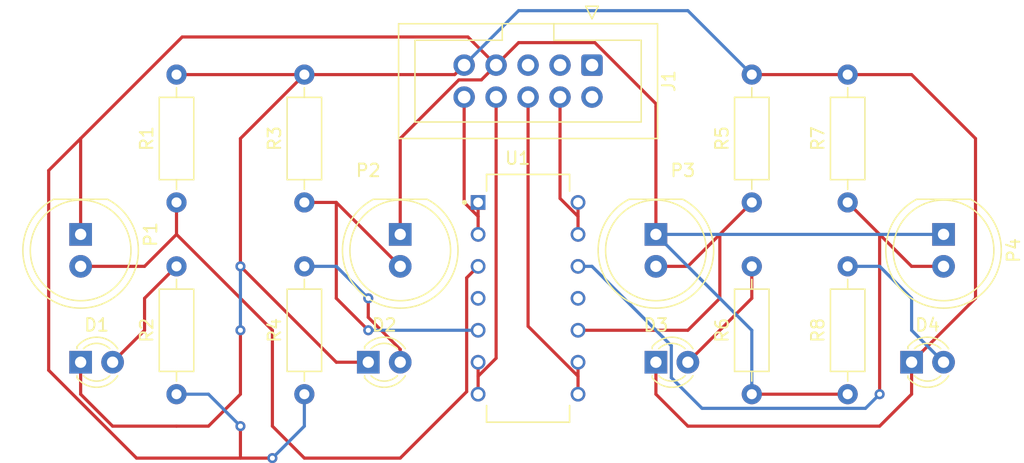
<source format=kicad_pcb>
(kicad_pcb (version 20211014) (generator pcbnew)
  (layers (0 "F.Cu" signal) (31 "B.Cu" signal) (34 "B.Paste" user) (35 "F.Paste" user) (36 "B.SilkS" user "B.Silkscreen") (37 "F.SilkS" user "F.Silkscreen") (38 "B.Mask" user) (39 "F.Mask" user) (44 "Edge.Cuts" user))
  (net 0 "")
  (net 1 "VCC")
  (net 2 "A1")
  (net 3 "GND")
  (net 4 "Net-(D2-Pad2)")
  (net 5 "A2")
  (net 6 "Net-(D4-Pad2)")
  (net 7 "A3")
  (net 8 "A4")
  (net 12 "D4")
  (net 14 "D3")
  (net 15 "D2")
  (net 16 "D1")
  (net 17 "Net-(D1-Pad2)")
  (net 18 "Net-(D3-Pad2)")
  (footprint "LED_THT:LED_D3.0mm" (layer "F.Cu") (at 111.76 127)
    (fp_text reference "D3" (at 0.000486 -2.96) (layer "F.SilkS"))
    (fp_text value "LED")
    (fp_line (start -0.29 -1.236) (end -0.29 -1.08) (layer "F.SilkS") (width 0.12))
    (fp_line (start -0.29 1.08) (end -0.29 1.236) (layer "F.SilkS") (width 0.12))
    (fp_arc (start 2.942335 1.078608) (mid 1.366487 1.987659) (end -0.29 1.235516) (layer "F.SilkS") (width 0.12))
    (fp_arc (start 2.31113 1.079837) (mid 1.270117 1.5) (end 0.229039 1.08) (layer "F.SilkS") (width 0.12))
    (fp_arc (start 0.229039 -1.08) (mid 1.270117 -1.5) (end 2.31113 -1.079837) (layer "F.SilkS") (width 0.12))
    (fp_arc (start -0.29 -1.235516) (mid 1.366487 -1.987659) (end 2.942335 -1.078608) (layer "F.SilkS") (width 0.12))
    (pad "1" thru_hole rect (at 0 0) (size 1.8 1.8) (drill 0.9) (layers *.Cu *.Mask) (net 3 "GND"))
    (pad "2" thru_hole circle (at 2.54 0) (size 1.8 1.8) (drill 0.9) (layers *.Cu *.Mask) (net 18 "Net-(D3-Pad2)"))
  )
  (footprint "Resistor_THT:R_Axial_DIN0207_L6.3mm_D2.5mm_P10.16mm_Horizontal" (layer "F.Cu") (at 119.38 129.54 90)
    (fp_text reference "R6" (at 5.08 -2.37 90) (layer "F.SilkS"))
    (fp_text value "R")
    (fp_line (start 8.35 -1.37) (end 1.81 -1.37) (layer "F.SilkS") (width 0.12))
    (fp_line (start 8.35 1.37) (end 8.35 -1.37) (layer "F.SilkS") (width 0.12))
    (fp_line (start 1.81 1.37) (end 8.35 1.37) (layer "F.SilkS") (width 0.12))
    (fp_line (start 9.12 0) (end 8.35 0) (layer "F.SilkS") (width 0.12))
    (fp_line (start 1.04 0) (end 1.81 0) (layer "F.SilkS") (width 0.12))
    (fp_line (start 1.81 -1.37) (end 1.81 1.37) (layer "F.SilkS") (width 0.12))
    (pad "1" thru_hole circle (at 0 0 90) (size 1.6 1.6) (drill 0.8) (layers *.Cu *.Mask) (net 1 "VCC"))
    (pad "2" thru_hole oval (at 10.16 0 90) (size 1.6 1.6) (drill 0.8) (layers *.Cu *.Mask) (net 18 "Net-(D3-Pad2)"))
  )
  (footprint "LED_THT:LED_D8.0mm" (layer "F.Cu") (at 134.62 116.84 -90)
    (fp_text reference "P4" (at 1.27 -5.56 -90) (layer "F.SilkS"))
    (fp_text value "D_Photo")
    (fp_line (start -2.79 -2.142) (end -2.79 2.142) (layer "F.SilkS") (width 0.12))
    (fp_arc (start 5.86 -0.000486) (mid 2.373119 4.455472) (end -2.79 2.141145) (layer "F.SilkS") (width 0.12))
    (fp_arc (start -2.79 -2.141145) (mid 2.373119 -4.455472) (end 5.86 0.000486) (layer "F.SilkS") (width 0.12))
    (fp_circle (center 1.27 0) (end 5.27 0) (layer "F.SilkS") (width 0.12) (fill none))
    (pad "1" thru_hole rect (at 0 0 270) (size 1.8 1.8) (drill 0.9) (layers *.Cu *.Mask) (net 1 "VCC"))
    (pad "2" thru_hole circle (at 2.54 0 270) (size 1.8 1.8) (drill 0.9) (layers *.Cu *.Mask) (net 8 "A4"))
  )
  (footprint "LED_THT:LED_D3.0mm" (layer "F.Cu") (at 66.04 127)
    (fp_text reference "D1" (at 1.27 -2.96) (layer "F.SilkS"))
    (fp_text value "LED")
    (fp_line (start -0.29 1.08) (end -0.29 1.236) (layer "F.SilkS") (width 0.12))
    (fp_line (start -0.29 -1.236) (end -0.29 -1.08) (layer "F.SilkS") (width 0.12))
    (fp_arc (start -0.29 -1.235516) (mid 1.366487 -1.987659) (end 2.942335 -1.078608) (layer "F.SilkS") (width 0.12))
    (fp_arc (start 2.942335 1.078608) (mid 1.366487 1.987659) (end -0.29 1.235516) (layer "F.SilkS") (width 0.12))
    (fp_arc (start 2.31113 1.079837) (mid 1.270117 1.5) (end 0.229039 1.08) (layer "F.SilkS") (width 0.12))
    (fp_arc (start 0.229039 -1.08) (mid 1.270117 -1.5) (end 2.31113 -1.079837) (layer "F.SilkS") (width 0.12))
    (pad "1" thru_hole rect (at 0 0) (size 1.8 1.8) (drill 0.9) (layers *.Cu *.Mask) (net 3 "GND"))
    (pad "2" thru_hole circle (at 2.54 0) (size 1.8 1.8) (drill 0.9) (layers *.Cu *.Mask) (net 17 "Net-(D1-Pad2)"))
  )
  (footprint "Connector_IDC:IDC-Header_2x05_P2.54mm_Vertical" (layer "F.Cu") (at 106.68 103.3875 -90)
    (fp_text reference "J1" (at 1.27 -6.1 90) (layer "F.SilkS"))
    (fp_text value "Conn_02x05_Odd_Even")
    (fp_line (start 4.52 -3.91) (end 4.52 14.07) (layer "F.SilkS") (width 0.12))
    (fp_line (start -3.29 -5.21) (end 5.83 -5.21) (layer "F.SilkS") (width 0.12))
    (fp_line (start 5.83 15.37) (end -3.29 15.37) (layer "F.SilkS") (width 0.12))
    (fp_line (start 5.83 -5.21) (end 5.83 15.37) (layer "F.SilkS") (width 0.12))
    (fp_line (start -4.68 0.5) (end -3.68 0) (layer "F.SilkS") (width 0.12))
    (fp_line (start -3.68 0) (end -4.68 -0.5) (layer "F.SilkS") (width 0.12))
    (fp_line (start -1.98 3.03) (end -1.98 -3.91) (layer "F.SilkS") (width 0.12))
    (fp_line (start 4.52 14.07) (end -1.98 14.07) (layer "F.SilkS") (width 0.12))
    (fp_line (start -1.98 -3.91) (end 4.52 -3.91) (layer "F.SilkS") (width 0.12))
    (fp_line (start -1.98 7.13) (end -1.98 7.13) (layer "F.SilkS") (width 0.12))
    (fp_line (start -4.68 -0.5) (end -4.68 0.5) (layer "F.SilkS") (width 0.12))
    (fp_line (start -1.98 7.13) (end -3.29 7.13) (layer "F.SilkS") (width 0.12))
    (fp_line (start -3.29 15.37) (end -3.29 -5.21) (layer "F.SilkS") (width 0.12))
    (fp_line (start -1.98 14.07) (end -1.98 7.13) (layer "F.SilkS") (width 0.12))
    (fp_line (start -3.29 3.03) (end -1.98 3.03) (layer "F.SilkS") (width 0.12))
    (pad "1" thru_hole roundrect (at 0 0 270) (size 1.7 1.7) (drill 1) (layers *.Cu *.Mask) (roundrect_rratio 0.147059))
    (pad "2" thru_hole circle (at 2.54 0 270) (size 1.7 1.7) (drill 1) (layers *.Cu *.Mask))
    (pad "3" thru_hole circle (at 0 2.54 270) (size 1.7 1.7) (drill 1) (layers *.Cu *.Mask))
    (pad "4" thru_hole circle (at 2.54 2.54 270) (size 1.7 1.7) (drill 1) (layers *.Cu *.Mask) (net 12 "D4"))
    (pad "5" thru_hole circle (at 0 5.08 270) (size 1.7 1.7) (drill 1) (layers *.Cu *.Mask))
    (pad "6" thru_hole circle (at 2.54 5.08 270) (size 1.7 1.7) (drill 1) (layers *.Cu *.Mask) (net 14 "D3"))
    (pad "7" thru_hole circle (at 0 7.62 270) (size 1.7 1.7) (drill 1) (layers *.Cu *.Mask) (net 1 "VCC"))
    (pad "8" thru_hole circle (at 2.54 7.62 270) (size 1.7 1.7) (drill 1) (layers *.Cu *.Mask) (net 15 "D2"))
    (pad "9" thru_hole circle (at 0 10.16 270) (size 1.7 1.7) (drill 1) (layers *.Cu *.Mask) (net 3 "GND"))
    (pad "10" thru_hole circle (at 2.54 10.16 270) (size 1.7 1.7) (drill 1) (layers *.Cu *.Mask) (net 16 "D1"))
  )
  (footprint "Resistor_THT:R_Axial_DIN0207_L6.3mm_D2.5mm_P10.16mm_Horizontal" (layer "F.Cu") (at 127 129.54 90)
    (fp_text reference "R8" (at 5.08 -2.37 90) (layer "F.SilkS"))
    (fp_text value "R")
    (fp_line (start 1.81 -1.37) (end 1.81 1.37) (layer "F.SilkS") (width 0.12))
    (fp_line (start 8.35 -1.37) (end 1.81 -1.37) (layer "F.SilkS") (width 0.12))
    (fp_line (start 1.04 0) (end 1.81 0) (layer "F.SilkS") (width 0.12))
    (fp_line (start 8.35 1.37) (end 8.35 -1.37) (layer "F.SilkS") (width 0.12))
    (fp_line (start 9.12 0) (end 8.35 0) (layer "F.SilkS") (width 0.12))
    (fp_line (start 1.81 1.37) (end 8.35 1.37) (layer "F.SilkS") (width 0.12))
    (pad "1" thru_hole circle (at 0 0 90) (size 1.6 1.6) (drill 0.8) (layers *.Cu *.Mask) (net 1 "VCC"))
    (pad "2" thru_hole oval (at 10.16 0 90) (size 1.6 1.6) (drill 0.8) (layers *.Cu *.Mask) (net 6 "Net-(D4-Pad2)"))
  )
  (footprint "LED_THT:LED_D8.0mm" (layer "F.Cu") (at 111.76 116.84 -90)
    (fp_text reference "P3" (at -5.08 -2.142) (layer "F.SilkS"))
    (fp_text value "D_Photo")
    (fp_line (start -2.79 -2.142) (end -2.79 2.142) (layer "F.SilkS") (width 0.12))
    (fp_arc (start -2.79 -2.141145) (mid 2.373119 -4.455472) (end 5.86 0.000486) (layer "F.SilkS") (width 0.12))
    (fp_arc (start 5.86 -0.000486) (mid 2.373119 4.455472) (end -2.79 2.141145) (layer "F.SilkS") (width 0.12))
    (fp_circle (center 1.27 0) (end 5.27 0) (layer "F.SilkS") (width 0.12) (fill none))
    (pad "1" thru_hole rect (at 0 0 270) (size 1.8 1.8) (drill 0.9) (layers *.Cu *.Mask) (net 1 "VCC"))
    (pad "2" thru_hole circle (at 2.54 0 270) (size 1.8 1.8) (drill 0.9) (layers *.Cu *.Mask) (net 7 "A3"))
  )
  (footprint "components_libraries:DIP794W45P254L1969H508Q14" (layer "F.Cu") (at 101.6 121.92)
    (fp_text reference "U1" (at -0.825 -11.135) (layer "F.SilkS"))
    (fp_text value "LM324")
    (fp_line (start 3.3 9.845) (end -3.3 9.845) (layer "F.SilkS") (width 0.127))
    (fp_line (start 3.3 8.525) (end 3.3 9.845) (layer "F.SilkS") (width 0.127))
    (fp_line (start 3.3 -9.845) (end 3.3 -8.525) (layer "F.SilkS") (width 0.127))
    (fp_line (start -3.3 9.845) (end -3.3 8.525) (layer "F.SilkS") (width 0.127))
    (fp_line (start -3.3 -9.845) (end 3.3 -9.845) (layer "F.SilkS") (width 0.127))
    (fp_line (start -3.3 -8.525) (end -3.3 -9.845) (layer "F.SilkS") (width 0.127))
    (fp_circle (center -5.055 -7.62) (end -4.955 -7.62) (layer "F.SilkS") (width 0.2) (fill none))
    (pad "1" thru_hole rect locked (at -3.97 -7.62) (size 1.17 1.17) (drill 0.77) (layers *.Cu *.Mask) (net 16 "D1"))
    (pad "2" thru_hole circle locked (at -3.97 -5.08) (size 1.17 1.17) (drill 0.77) (layers *.Cu *.Mask) (net 16 "D1"))
    (pad "3" thru_hole circle locked (at -3.97 -2.54) (size 1.17 1.17) (drill 0.77) (layers *.Cu *.Mask) (net 2 "A1"))
    (pad "4" thru_hole circle locked (at -3.97 0) (size 1.17 1.17) (drill 0.77) (layers *.Cu *.Mask) (net 1 "VCC"))
    (pad "5" thru_hole circle locked (at -3.97 2.54) (size 1.17 1.17) (drill 0.77) (layers *.Cu *.Mask) (net 5 "A2"))
    (pad "6" thru_hole circle locked (at -3.97 5.08) (size 1.17 1.17) (drill 0.77) (layers *.Cu *.Mask) (net 15 "D2"))
    (pad "7" thru_hole circle locked (at -3.97 7.62) (size 1.17 1.17) (drill 0.77) (layers *.Cu *.Mask) (net 15 "D2"))
    (pad "8" thru_hole circle locked (at 3.97 7.62) (size 1.17 1.17) (drill 0.77) (layers *.Cu *.Mask) (net 14 "D3"))
    (pad "9" thru_hole circle locked (at 3.97 5.08) (size 1.17 1.17) (drill 0.77) (layers *.Cu *.Mask) (net 14 "D3"))
    (pad "10" thru_hole circle locked (at 3.97 2.54) (size 1.17 1.17) (drill 0.77) (layers *.Cu *.Mask) (net 7 "A3"))
    (pad "11" thru_hole circle locked (at 3.97 0) (size 1.17 1.17) (drill 0.77) (layers *.Cu *.Mask) (net 3 "GND"))
    (pad "12" thru_hole circle locked (at 3.97 -2.54) (size 1.17 1.17) (drill 0.77) (layers *.Cu *.Mask) (net 8 "A4"))
    (pad "13" thru_hole circle locked (at 3.97 -5.08) (size 1.17 1.17) (drill 0.77) (layers *.Cu *.Mask) (net 12 "D4"))
    (pad "14" thru_hole circle locked (at 3.97 -7.62) (size 1.17 1.17) (drill 0.77) (layers *.Cu *.Mask) (net 12 "D4"))
  )
  (footprint "Resistor_THT:R_Axial_DIN0207_L6.3mm_D2.5mm_P10.16mm_Horizontal" (layer "F.Cu") (at 73.66 114.3 90)
    (fp_text reference "R1" (at 5.08 -2.37 90) (layer "F.SilkS"))
    (fp_text value "R")
    (fp_line (start 9.12 0) (end 8.35 0) (layer "F.SilkS") (width 0.12))
    (fp_line (start 8.35 -1.37) (end 1.81 -1.37) (layer "F.SilkS") (width 0.12))
    (fp_line (start 1.81 -1.37) (end 1.81 1.37) (layer "F.SilkS") (width 0.12))
    (fp_line (start 8.35 1.37) (end 8.35 -1.37) (layer "F.SilkS") (width 0.12))
    (fp_line (start 1.81 1.37) (end 8.35 1.37) (layer "F.SilkS") (width 0.12))
    (fp_line (start 1.04 0) (end 1.81 0) (layer "F.SilkS") (width 0.12))
    (pad "1" thru_hole circle (at 0 0 90) (size 1.6 1.6) (drill 0.8) (layers *.Cu *.Mask) (net 2 "A1"))
    (pad "2" thru_hole oval (at 10.16 0 90) (size 1.6 1.6) (drill 0.8) (layers *.Cu *.Mask) (net 3 "GND"))
  )
  (footprint "Resistor_THT:R_Axial_DIN0207_L6.3mm_D2.5mm_P10.16mm_Horizontal" (layer "F.Cu") (at 83.82 114.3 90)
    (fp_text reference "R3" (at 5.08 -2.37 90) (layer "F.SilkS"))
    (fp_text value "R")
    (fp_line (start 1.81 -1.37) (end 1.81 1.37) (layer "F.SilkS") (width 0.12))
    (fp_line (start 8.35 -1.37) (end 1.81 -1.37) (layer "F.SilkS") (width 0.12))
    (fp_line (start 1.81 1.37) (end 8.35 1.37) (layer "F.SilkS") (width 0.12))
    (fp_line (start 9.12 0) (end 8.35 0) (layer "F.SilkS") (width 0.12))
    (fp_line (start 8.35 1.37) (end 8.35 -1.37) (layer "F.SilkS") (width 0.12))
    (fp_line (start 1.04 0) (end 1.81 0) (layer "F.SilkS") (width 0.12))
    (pad "1" thru_hole circle (at 0 0 90) (size 1.6 1.6) (drill 0.8) (layers *.Cu *.Mask) (net 5 "A2"))
    (pad "2" thru_hole oval (at 10.16 0 90) (size 1.6 1.6) (drill 0.8) (layers *.Cu *.Mask) (net 3 "GND"))
  )
  (footprint "Resistor_THT:R_Axial_DIN0207_L6.3mm_D2.5mm_P10.16mm_Horizontal" (layer "F.Cu") (at 83.82 129.54 90)
    (fp_text reference "R4" (at 5.08 -2.37 90) (layer "F.SilkS"))
    (fp_text value "R")
    (fp_line (start 1.04 0) (end 1.81 0) (layer "F.SilkS") (width 0.12))
    (fp_line (start 9.12 0) (end 8.35 0) (layer "F.SilkS") (width 0.12))
    (fp_line (start 1.81 1.37) (end 8.35 1.37) (layer "F.SilkS") (width 0.12))
    (fp_line (start 1.81 -1.37) (end 1.81 1.37) (layer "F.SilkS") (width 0.12))
    (fp_line (start 8.35 -1.37) (end 1.81 -1.37) (layer "F.SilkS") (width 0.12))
    (fp_line (start 8.35 1.37) (end 8.35 -1.37) (layer "F.SilkS") (width 0.12))
    (pad "1" thru_hole circle (at 0 0 90) (size 1.6 1.6) (drill 0.8) (layers *.Cu *.Mask) (net 1 "VCC"))
    (pad "2" thru_hole oval (at 10.16 0 90) (size 1.6 1.6) (drill 0.8) (layers *.Cu *.Mask) (net 4 "Net-(D2-Pad2)"))
  )
  (footprint "Resistor_THT:R_Axial_DIN0207_L6.3mm_D2.5mm_P10.16mm_Horizontal" (layer "F.Cu") (at 73.66 129.54 90)
    (fp_text reference "R2" (at 5.08 -2.37 90) (layer "F.SilkS"))
    (fp_text value "R")
    (fp_line (start 1.81 1.37) (end 8.35 1.37) (layer "F.SilkS") (width 0.12))
    (fp_line (start 1.04 0) (end 1.81 0) (layer "F.SilkS") (width 0.12))
    (fp_line (start 9.12 0) (end 8.35 0) (layer "F.SilkS") (width 0.12))
    (fp_line (start 1.81 -1.37) (end 1.81 1.37) (layer "F.SilkS") (width 0.12))
    (fp_line (start 8.35 -1.37) (end 1.81 -1.37) (layer "F.SilkS") (width 0.12))
    (fp_line (start 8.35 1.37) (end 8.35 -1.37) (layer "F.SilkS") (width 0.12))
    (pad "1" thru_hole circle (at 0 0 90) (size 1.6 1.6) (drill 0.8) (layers *.Cu *.Mask) (net 1 "VCC"))
    (pad "2" thru_hole oval (at 10.16 0 90) (size 1.6 1.6) (drill 0.8) (layers *.Cu *.Mask) (net 17 "Net-(D1-Pad2)"))
  )
  (footprint "Resistor_THT:R_Axial_DIN0207_L6.3mm_D2.5mm_P10.16mm_Horizontal" (layer "F.Cu") (at 119.38 114.3 90)
    (fp_text reference "R5" (at 5.08 -2.37 90) (layer "F.SilkS"))
    (fp_text value "R")
    (fp_line (start 8.35 1.37) (end 8.35 -1.37) (layer "F.SilkS") (width 0.12))
    (fp_line (start 8.35 -1.37) (end 1.81 -1.37) (layer "F.SilkS") (width 0.12))
    (fp_line (start 1.04 0) (end 1.81 0) (layer "F.SilkS") (width 0.12))
    (fp_line (start 9.12 0) (end 8.35 0) (layer "F.SilkS") (width 0.12))
    (fp_line (start 1.81 1.37) (end 8.35 1.37) (layer "F.SilkS") (width 0.12))
    (fp_line (start 1.81 -1.37) (end 1.81 1.37) (layer "F.SilkS") (width 0.12))
    (pad "1" thru_hole circle (at 0 0 90) (size 1.6 1.6) (drill 0.8) (layers *.Cu *.Mask) (net 7 "A3"))
    (pad "2" thru_hole oval (at 10.16 0 90) (size 1.6 1.6) (drill 0.8) (layers *.Cu *.Mask) (net 3 "GND"))
  )
  (footprint "LED_THT:LED_D3.0mm" (layer "F.Cu") (at 88.9 127)
    (fp_text reference "D2" (at 1.27 -2.96) (layer "F.SilkS"))
    (fp_text value "LED")
    (fp_line (start -0.29 1.08) (end -0.29 1.236) (layer "F.SilkS") (width 0.12))
    (fp_line (start -0.29 -1.236) (end -0.29 -1.08) (layer "F.SilkS") (width 0.12))
    (fp_arc (start 2.942335 1.078608) (mid 1.366487 1.987659) (end -0.29 1.235516) (layer "F.SilkS") (width 0.12))
    (fp_arc (start 0.229039 -1.08) (mid 1.270117 -1.5) (end 2.31113 -1.079837) (layer "F.SilkS") (width 0.12))
    (fp_arc (start -0.29 -1.235516) (mid 1.366487 -1.987659) (end 2.942335 -1.078608) (layer "F.SilkS") (width 0.12))
    (fp_arc (start 2.31113 1.079837) (mid 1.270117 1.5) (end 0.229039 1.08) (layer "F.SilkS") (width 0.12))
    (pad "1" thru_hole rect (at 0 0) (size 1.8 1.8) (drill 0.9) (layers *.Cu *.Mask) (net 3 "GND"))
    (pad "2" thru_hole circle (at 2.54 0) (size 1.8 1.8) (drill 0.9) (layers *.Cu *.Mask) (net 4 "Net-(D2-Pad2)"))
  )
  (footprint "LED_THT:LED_D8.0mm" (layer "F.Cu") (at 66.04 116.84 -90)
    (fp_text reference "P1" (at 0 -5.56 -90) (layer "F.SilkS"))
    (fp_text value "D_Photo")
    (fp_line (start -2.79 -2.142) (end -2.79 2.142) (layer "F.SilkS") (width 0.12))
    (fp_arc (start 5.86 -0.000486) (mid 2.373119 4.455472) (end -2.79 2.141145) (layer "F.SilkS") (width 0.12))
    (fp_arc (start -2.79 -2.141145) (mid 2.373119 -4.455472) (end 5.86 0.000486) (layer "F.SilkS") (width 0.12))
    (fp_circle (center 1.27 0) (end 5.27 0) (layer "F.SilkS") (width 0.12) (fill none))
    (pad "1" thru_hole rect (at 0 0 270) (size 1.8 1.8) (drill 0.9) (layers *.Cu *.Mask) (net 1 "VCC"))
    (pad "2" thru_hole circle (at 2.54 0 270) (size 1.8 1.8) (drill 0.9) (layers *.Cu *.Mask) (net 2 "A1"))
  )
  (footprint "LED_THT:LED_D3.0mm" (layer "F.Cu") (at 132.08 127)
    (fp_text reference "D4" (at 1.27 -2.96) (layer "F.SilkS"))
    (fp_text value "LED")
    (fp_line (start -0.29 1.08) (end -0.29 1.236) (layer "F.SilkS") (width 0.12))
    (fp_line (start -0.29 -1.236) (end -0.29 -1.08) (layer "F.SilkS") (width 0.12))
    (fp_arc (start 2.942335 1.078608) (mid 1.366487 1.987659) (end -0.29 1.235516) (layer "F.SilkS") (width 0.12))
    (fp_arc (start -0.29 -1.235516) (mid 1.366487 -1.987659) (end 2.942335 -1.078608) (layer "F.SilkS") (width 0.12))
    (fp_arc (start 0.229039 -1.08) (mid 1.270117 -1.5) (end 2.31113 -1.079837) (layer "F.SilkS") (width 0.12))
    (fp_arc (start 2.31113 1.079837) (mid 1.270117 1.5) (end 0.229039 1.08) (layer "F.SilkS") (width 0.12))
    (pad "1" thru_hole rect (at 0 0) (size 1.8 1.8) (drill 0.9) (layers *.Cu *.Mask) (net 3 "GND"))
    (pad "2" thru_hole circle (at 2.54 0) (size 1.8 1.8) (drill 0.9) (layers *.Cu *.Mask) (net 6 "Net-(D4-Pad2)"))
  )
  (footprint "LED_THT:LED_D8.0mm" (layer "F.Cu") (at 91.44 116.84 -90)
    (fp_text reference "P2" (at -5.08 2.54) (layer "F.SilkS"))
    (fp_text value "D_Photo")
    (fp_line (start -2.79 -2.142) (end -2.79 2.142) (layer "F.SilkS") (width 0.12))
    (fp_arc (start 5.86 -0.000486) (mid 2.373119 4.455472) (end -2.79 2.141145) (layer "F.SilkS") (width 0.12))
    (fp_arc (start -2.79 -2.141145) (mid 2.373119 -4.455472) (end 5.86 0.000486) (layer "F.SilkS") (width 0.12))
    (fp_circle (center 1.27 0) (end 5.27 0) (layer "F.SilkS") (width 0.12) (fill none))
    (pad "1" thru_hole rect (at 0 0 270) (size 1.8 1.8) (drill 0.9) (layers *.Cu *.Mask) (net 1 "VCC"))
    (pad "2" thru_hole circle (at 2.54 0 270) (size 1.8 1.8) (drill 0.9) (layers *.Cu *.Mask) (net 5 "A2"))
  )
  (footprint "Resistor_THT:R_Axial_DIN0207_L6.3mm_D2.5mm_P10.16mm_Horizontal" (layer "F.Cu") (at 127 114.3 90)
    (fp_text reference "R7" (at 5.08 -2.37 90) (layer "F.SilkS"))
    (fp_text value "R")
    (fp_line (start 8.35 -1.37) (end 1.81 -1.37) (layer "F.SilkS") (width 0.12))
    (fp_line (start 1.81 1.37) (end 8.35 1.37) (layer "F.SilkS") (width 0.12))
    (fp_line (start 8.35 1.37) (end 8.35 -1.37) (layer "F.SilkS") (width 0.12))
    (fp_line (start 1.81 -1.37) (end 1.81 1.37) (layer "F.SilkS") (width 0.12))
    (fp_line (start 9.12 0) (end 8.35 0) (layer "F.SilkS") (width 0.12))
    (fp_line (start 1.04 0) (end 1.81 0) (layer "F.SilkS") (width 0.12))
    (pad "1" thru_hole circle (at 0 0 90) (size 1.6 1.6) (drill 0.8) (layers *.Cu *.Mask) (net 8 "A4"))
    (pad "2" thru_hole oval (at 10.16 0 90) (size 1.6 1.6) (drill 0.8) (layers *.Cu *.Mask) (net 3 "GND"))
  )
  (segment (start 97.885 104.5625) (end 99.06 103.3875) (width 0.25) (layer "F.Cu") (net 1))
  (segment (start 63.5 111.76) (end 66.04 109.22) (width 0.25) (layer "F.Cu") (net 1))
  (segment (start 66.04 116.84) (end 66.04 109.22) (width 0.25) (layer "F.Cu") (net 1))
  (segment (start 91.44 116.84) (end 91.44 109.22) (width 0.25) (layer "F.Cu") (net 1))
  (segment (start 63.5 127.636396) (end 63.5 111.76) (width 0.25) (layer "F.Cu") (net 1))
  (segment (start 91.44 109.22) (end 96.0975 104.5625) (width 0.25) (layer "F.Cu") (net 1))
  (segment (start 74.11 101.15) (end 96.8225 101.15) (width 0.25) (layer "F.Cu") (net 1))
  (segment (start 106.905673 101.6) (end 100.8475 101.6) (width 0.25) (layer "F.Cu") (net 1))
  (segment (start 127 129.54) (end 119.38 129.54) (width 0.25) (layer "F.Cu") (net 1))
  (segment (start 111.76 106.68) (end 111.76 106.454327) (width 0.25) (layer "F.Cu") (net 1))
  (segment (start 111.76 106.454327) (end 106.905673 101.6) (width 0.25) (layer "F.Cu") (net 1))
  (segment (start 96.0975 104.5625) (end 97.885 104.5625) (width 0.25) (layer "F.Cu") (net 1))
  (segment (start 78.74 132.08) (end 78.74 134.62) (width 0.25) (layer "F.Cu") (net 1))
  (segment (start 70.483604 134.62) (end 63.5 127.636396) (width 0.25) (layer "F.Cu") (net 1))
  (segment (start 66.04 109.22) (end 74.11 101.15) (width 0.25) (layer "F.Cu") (net 1))
  (segment (start 100.8475 101.6) (end 99.06 103.3875) (width 0.25) (layer "F.Cu") (net 1))
  (segment (start 96.8225 101.15) (end 99.06 103.3875) (width 0.25) (layer "F.Cu") (net 1))
  (segment (start 111.76 116.84) (end 111.76 106.68) (width 0.25) (layer "F.Cu") (net 1))
  (segment (start 81.28 134.62) (end 70.483604 134.62) (width 0.25) (layer "F.Cu") (net 1))
  (via (at 81.28 134.62) (size 0.8) (drill 0.4) (layers "F.Cu" "B.Cu") (net 1))
  (via (at 78.74 132.08) (size 0.8) (drill 0.4) (layers "F.Cu" "B.Cu") (net 1))
  (segment (start 119.38 124.46) (end 111.76 116.84) (width 0.25) (layer "B.Cu") (net 1))
  (segment (start 134.62 116.84) (end 111.76 116.84) (width 0.25) (layer "B.Cu") (net 1))
  (segment (start 76.2 129.54) (end 78.74 132.08) (width 0.25) (layer "B.Cu") (net 1))
  (segment (start 83.82 132.08) (end 83.82 129.54) (width 0.25) (layer "B.Cu") (net 1))
  (segment (start 81.28 134.62) (end 83.82 132.08) (width 0.25) (layer "B.Cu") (net 1))
  (segment (start 119.38 129.54) (end 119.38 124.46) (width 0.25) (layer "B.Cu") (net 1))
  (segment (start 73.66 129.54) (end 76.2 129.54) (width 0.25) (layer "B.Cu") (net 1))
  (segment (start 96.72 129.34) (end 96.72 120.29) (width 0.25) (layer "F.Cu") (net 2))
  (segment (start 81.28 132.08) (end 83.82 134.62) (width 0.25) (layer "F.Cu") (net 2))
  (segment (start 73.66 116.84) (end 81.28 124.46) (width 0.25) (layer "F.Cu") (net 2))
  (segment (start 96.72 120.29) (end 97.63 119.38) (width 0.25) (layer "F.Cu") (net 2))
  (segment (start 91.44 134.62) (end 96.72 129.34) (width 0.25) (layer "F.Cu") (net 2))
  (segment (start 81.28 124.46) (end 81.28 132.08) (width 0.25) (layer "F.Cu") (net 2))
  (segment (start 83.82 134.62) (end 91.44 134.62) (width 0.25) (layer "F.Cu") (net 2))
  (segment (start 71.12 119.38) (end 66.04 119.38) (width 0.25) (layer "F.Cu") (net 2))
  (segment (start 73.66 116.84) (end 71.12 119.38) (width 0.25) (layer "F.Cu") (net 2))
  (segment (start 73.66 114.3) (end 73.66 116.84) (width 0.25) (layer "F.Cu") (net 2))
  (segment (start 83.82 104.14) (end 95.7675 104.14) (width 0.25) (layer "F.Cu") (net 3))
  (segment (start 132.08 104.14) (end 127 104.14) (width 0.25) (layer "F.Cu") (net 3))
  (segment (start 86.36 127) (end 78.74 119.38) (width 0.25) (layer "F.Cu") (net 3))
  (segment (start 76.2 132.08) (end 78.74 129.54) (width 0.25) (layer "F.Cu") (net 3))
  (segment (start 66.04 129.54) (end 68.58 132.08) (width 0.25) (layer "F.Cu") (net 3))
  (segment (start 111.76 129.54) (end 114.3 132.08) (width 0.25) (layer "F.Cu") (net 3))
  (segment (start 129.54 132.08) (end 132.08 129.54) (width 0.25) (layer "F.Cu") (net 3))
  (segment (start 127 104.14) (end 119.38 104.14) (width 0.25) (layer "F.Cu") (net 3))
  (segment (start 68.58 132.08) (end 73.66 132.08) (width 0.25) (layer "F.Cu") (net 3))
  (segment (start 73.66 132.08) (end 76.2 132.08) (width 0.25) (layer "F.Cu") (net 3))
  (segment (start 132.08 127) (end 137.16 121.92) (width 0.25) (layer "F.Cu") (net 3))
  (segment (start 73.66 104.14) (end 83.82 104.14) (width 0.25) (layer "F.Cu") (net 3))
  (segment (start 137.16 121.92) (end 137.16 109.22) (width 0.25) (layer "F.Cu") (net 3))
  (segment (start 137.16 109.22) (end 132.08 104.14) (width 0.25) (layer "F.Cu") (net 3))
  (segment (start 111.76 127) (end 111.76 129.54) (width 0.25) (layer "F.Cu") (net 3))
  (segment (start 78.74 119.38) (end 78.74 109.22) (width 0.25) (layer "F.Cu") (net 3))
  (segment (start 95.7675 104.14) (end 96.52 103.3875) (width 0.25) (layer "F.Cu") (net 3))
  (segment (start 132.08 129.54) (end 132.08 127) (width 0.25) (layer "F.Cu") (net 3))
  (segment (start 78.74 109.22) (end 83.82 104.14) (width 0.25) (layer "F.Cu") (net 3))
  (segment (start 88.9 127) (end 86.36 127) (width 0.25) (layer "F.Cu") (net 3))
  (segment (start 78.74 129.54) (end 78.74 124.46) (width 0.25) (layer "F.Cu") (net 3))
  (segment (start 114.3 132.08) (end 129.54 132.08) (width 0.25) (layer "F.Cu") (net 3))
  (segment (start 66.04 127) (end 66.04 129.54) (width 0.25) (layer "F.Cu") (net 3))
  (via (at 78.74 119.38) (size 0.8) (drill 0.4) (layers "F.Cu" "B.Cu") (net 3))
  (via (at 78.74 124.46) (size 0.8) (drill 0.4) (layers "F.Cu" "B.Cu") (net 3))
  (segment (start 78.74 124.46) (end 78.74 119.38) (width 0.25) (layer "B.Cu") (net 3))
  (segment (start 100.8475 99.06) (end 96.52 103.3875) (width 0.25) (layer "B.Cu") (net 3))
  (segment (start 114.3 99.06) (end 100.8475 99.06) (width 0.25) (layer "B.Cu") (net 3))
  (segment (start 119.38 104.14) (end 114.3 99.06) (width 0.25) (layer "B.Cu") (net 3))
  (segment (start 88.9 123.434695) (end 88.9 121.92) (width 0.25) (layer "F.Cu") (net 4))
  (segment (start 91.44 125.974695) (end 88.9 123.434695) (width 0.25) (layer "F.Cu") (net 4))
  (segment (start 91.44 127) (end 91.44 125.974695) (width 0.25) (layer "F.Cu") (net 4))
  (via (at 88.9 121.92) (size 0.8) (drill 0.4) (layers "F.Cu" "B.Cu") (net 4))
  (segment (start 86.36 119.38) (end 83.82 119.38) (width 0.25) (layer "B.Cu") (net 4))
  (segment (start 88.9 121.92) (end 86.36 119.38) (width 0.25) (layer "B.Cu") (net 4))
  (segment (start 86.36 114.3) (end 86.36 121.92) (width 0.25) (layer "F.Cu") (net 5))
  (segment (start 86.36 114.3) (end 91.44 119.38) (width 0.25) (layer "F.Cu") (net 5))
  (segment (start 86.36 121.92) (end 88.9 124.46) (width 0.25) (layer "F.Cu") (net 5))
  (segment (start 83.82 114.3) (end 86.36 114.3) (width 0.25) (layer "F.Cu") (net 5))
  (via (at 88.9 124.46) (size 0.8) (drill 0.4) (layers "F.Cu" "B.Cu") (net 5))
  (segment (start 88.9 124.46) (end 97.63 124.46) (width 0.25) (layer "B.Cu") (net 5))
  (segment (start 134.62 127) (end 132.08 124.46) (width 0.25) (layer "B.Cu") (net 6))
  (segment (start 129.54 119.38) (end 127 119.38) (width 0.25) (layer "B.Cu") (net 6))
  (segment (start 132.08 124.46) (end 132.08 121.92) (width 0.25) (layer "B.Cu") (net 6))
  (segment (start 132.08 121.92) (end 129.54 119.38) (width 0.25) (layer "B.Cu") (net 6))
  (segment (start 114.3 119.38) (end 111.76 119.38) (width 0.25) (layer "F.Cu") (net 7))
  (segment (start 114.3 124.46) (end 105.57 124.46) (width 0.25) (layer "F.Cu") (net 7))
  (segment (start 116.84 116.84) (end 116.84 121.92) (width 0.25) (layer "F.Cu") (net 7))
  (segment (start 116.84 121.92) (end 114.3 124.46) (width 0.25) (layer "F.Cu") (net 7))
  (segment (start 119.38 114.3) (end 116.84 116.84) (width 0.25) (layer "F.Cu") (net 7))
  (segment (start 116.84 116.84) (end 114.3 119.38) (width 0.25) (layer "F.Cu") (net 7))
  (segment (start 127 114.3) (end 129.54 116.84) (width 0.25) (layer "F.Cu") (net 8))
  (segment (start 129.54 116.84) (end 129.54 129.54) (width 0.25) (layer "F.Cu") (net 8))
  (segment (start 132.08 119.38) (end 134.62 119.38) (width 0.25) (layer "F.Cu") (net 8))
  (segment (start 129.54 116.84) (end 132.08 119.38) (width 0.25) (layer "F.Cu") (net 8))
  (via (at 129.54 129.54) (size 0.8) (drill 0.4) (layers "F.Cu" "B.Cu") (net 8))
  (segment (start 115.425 130.665) (end 112.985 128.225) (width 0.25) (layer "B.Cu") (net 8))
  (segment (start 129.54 129.54) (end 128.415 130.665) (width 0.25) (layer "B.Cu") (net 8))
  (segment (start 112.985 125.685) (end 106.68 119.38) (width 0.25) (layer "B.Cu") (net 8))
  (segment (start 128.415 130.665) (end 115.425 130.665) (width 0.25) (layer "B.Cu") (net 8))
  (segment (start 112.985 128.225) (end 112.985 125.685) (width 0.25) (layer "B.Cu") (net 8))
  (segment (start 106.68 119.38) (end 105.57 119.38) (width 0.25) (layer "B.Cu") (net 8))
  (segment (start 105.57 115.41) (end 105.57 114.3) (width 0.25) (layer "F.Cu") (net 12))
  (segment (start 105.57 116.84) (end 105.57 115.41) (width 0.25) (layer "F.Cu") (net 12))
  (segment (start 104.14 113.98) (end 104.14 105.9275) (width 0.25) (layer "F.Cu") (net 12))
  (segment (start 105.57 115.41) (end 104.14 113.98) (width 0.25) (layer "F.Cu") (net 12))
  (segment (start 105.57 128.11) (end 105.57 127) (width 0.25) (layer "F.Cu") (net 14))
  (segment (start 101.6 124.14) (end 101.6 105.9275) (width 0.25) (layer "F.Cu") (net 14))
  (segment (start 105.57 129.54) (end 105.57 128.11) (width 0.25) (layer "F.Cu") (net 14))
  (segment (start 105.57 128.11) (end 101.6 124.14) (width 0.25) (layer "F.Cu") (net 14))
  (segment (start 97.63 128.11) (end 97.63 129.54) (width 0.25) (layer "F.Cu") (net 15))
  (segment (start 97.63 128.11) (end 99.06 126.68) (width 0.25) (layer "F.Cu") (net 15))
  (segment (start 99.06 126.68) (end 99.06 105.9275) (width 0.25) (layer "F.Cu") (net 15))
  (segment (start 97.63 127) (end 97.63 128.11) (width 0.25) (layer "F.Cu") (net 15))
  (segment (start 96.52 114.3) (end 96.52 105.9275) (width 0.25) (layer "F.Cu") (net 16))
  (segment (start 97.63 115.41) (end 97.63 116.84) (width 0.25) (layer "F.Cu") (net 16))
  (segment (start 97.63 114.3) (end 97.63 115.41) (width 0.25) (layer "F.Cu") (net 16))
  (segment (start 97.63 115.41) (end 96.52 114.3) (width 0.25) (layer "F.Cu") (net 16))
  (segment (start 68.58 127) (end 71.12 124.46) (width 0.25) (layer "F.Cu") (net 17))
  (segment (start 71.12 121.92) (end 73.66 119.38) (width 0.25) (layer "F.Cu") (net 17))
  (segment (start 71.12 124.46) (end 71.12 121.92) (width 0.25) (layer "F.Cu") (net 17))
  (segment (start 114.3 127) (end 119.38 121.92) (width 0.25) (layer "F.Cu") (net 18))
  (segment (start 119.38 121.92) (end 119.38 119.38) (width 0.25) (layer "F.Cu") (net 18))
)
</source>
